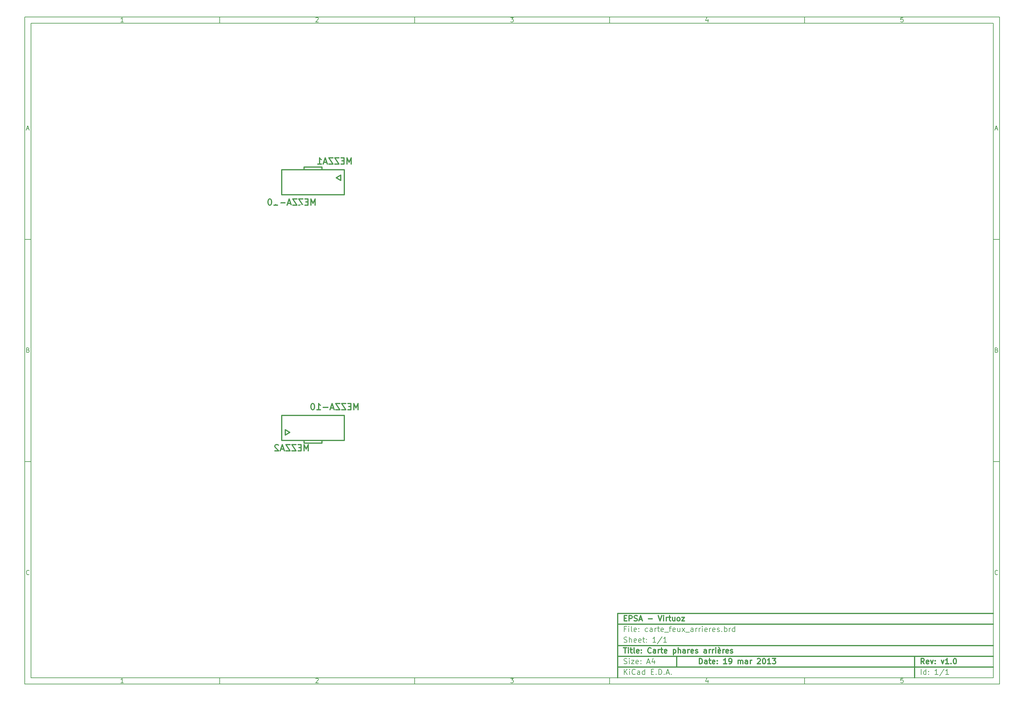
<source format=gbo>
G04 (created by PCBNEW-RS274X (2012-01-19 BZR 3256)-stable) date 19/03/2013 15:20:05*
G01*
G70*
G90*
%MOIN*%
G04 Gerber Fmt 3.4, Leading zero omitted, Abs format*
%FSLAX34Y34*%
G04 APERTURE LIST*
%ADD10C,0.006000*%
%ADD11C,0.012000*%
%ADD12C,0.014000*%
%ADD13C,0.235000*%
%ADD14R,0.105000X0.105000*%
%ADD15C,0.105000*%
%ADD16R,0.095000X0.095000*%
%ADD17C,0.095000*%
%ADD18R,0.090000X0.090000*%
%ADD19C,0.090000*%
%ADD20R,0.110000X0.110000*%
%ADD21C,0.110000*%
%ADD22R,0.110000X0.082000*%
%ADD23O,0.110000X0.082000*%
%ADD24C,0.270000*%
G04 APERTURE END LIST*
G54D10*
X04000Y-04000D02*
X113000Y-04000D01*
X113000Y-78670D01*
X04000Y-78670D01*
X04000Y-04000D01*
X04700Y-04700D02*
X112300Y-04700D01*
X112300Y-77970D01*
X04700Y-77970D01*
X04700Y-04700D01*
X25800Y-04000D02*
X25800Y-04700D01*
X15043Y-04552D02*
X14757Y-04552D01*
X14900Y-04552D02*
X14900Y-04052D01*
X14852Y-04124D01*
X14805Y-04171D01*
X14757Y-04195D01*
X25800Y-78670D02*
X25800Y-77970D01*
X15043Y-78522D02*
X14757Y-78522D01*
X14900Y-78522D02*
X14900Y-78022D01*
X14852Y-78094D01*
X14805Y-78141D01*
X14757Y-78165D01*
X47600Y-04000D02*
X47600Y-04700D01*
X36557Y-04100D02*
X36581Y-04076D01*
X36629Y-04052D01*
X36748Y-04052D01*
X36795Y-04076D01*
X36819Y-04100D01*
X36843Y-04148D01*
X36843Y-04195D01*
X36819Y-04267D01*
X36533Y-04552D01*
X36843Y-04552D01*
X47600Y-78670D02*
X47600Y-77970D01*
X36557Y-78070D02*
X36581Y-78046D01*
X36629Y-78022D01*
X36748Y-78022D01*
X36795Y-78046D01*
X36819Y-78070D01*
X36843Y-78118D01*
X36843Y-78165D01*
X36819Y-78237D01*
X36533Y-78522D01*
X36843Y-78522D01*
X69400Y-04000D02*
X69400Y-04700D01*
X58333Y-04052D02*
X58643Y-04052D01*
X58476Y-04243D01*
X58548Y-04243D01*
X58595Y-04267D01*
X58619Y-04290D01*
X58643Y-04338D01*
X58643Y-04457D01*
X58619Y-04505D01*
X58595Y-04529D01*
X58548Y-04552D01*
X58405Y-04552D01*
X58357Y-04529D01*
X58333Y-04505D01*
X69400Y-78670D02*
X69400Y-77970D01*
X58333Y-78022D02*
X58643Y-78022D01*
X58476Y-78213D01*
X58548Y-78213D01*
X58595Y-78237D01*
X58619Y-78260D01*
X58643Y-78308D01*
X58643Y-78427D01*
X58619Y-78475D01*
X58595Y-78499D01*
X58548Y-78522D01*
X58405Y-78522D01*
X58357Y-78499D01*
X58333Y-78475D01*
X91200Y-04000D02*
X91200Y-04700D01*
X80395Y-04219D02*
X80395Y-04552D01*
X80276Y-04029D02*
X80157Y-04386D01*
X80467Y-04386D01*
X91200Y-78670D02*
X91200Y-77970D01*
X80395Y-78189D02*
X80395Y-78522D01*
X80276Y-77999D02*
X80157Y-78356D01*
X80467Y-78356D01*
X102219Y-04052D02*
X101981Y-04052D01*
X101957Y-04290D01*
X101981Y-04267D01*
X102029Y-04243D01*
X102148Y-04243D01*
X102195Y-04267D01*
X102219Y-04290D01*
X102243Y-04338D01*
X102243Y-04457D01*
X102219Y-04505D01*
X102195Y-04529D01*
X102148Y-04552D01*
X102029Y-04552D01*
X101981Y-04529D01*
X101957Y-04505D01*
X102219Y-78022D02*
X101981Y-78022D01*
X101957Y-78260D01*
X101981Y-78237D01*
X102029Y-78213D01*
X102148Y-78213D01*
X102195Y-78237D01*
X102219Y-78260D01*
X102243Y-78308D01*
X102243Y-78427D01*
X102219Y-78475D01*
X102195Y-78499D01*
X102148Y-78522D01*
X102029Y-78522D01*
X101981Y-78499D01*
X101957Y-78475D01*
X04000Y-28890D02*
X04700Y-28890D01*
X04231Y-16510D02*
X04469Y-16510D01*
X04184Y-16652D02*
X04350Y-16152D01*
X04517Y-16652D01*
X113000Y-28890D02*
X112300Y-28890D01*
X112531Y-16510D02*
X112769Y-16510D01*
X112484Y-16652D02*
X112650Y-16152D01*
X112817Y-16652D01*
X04000Y-53780D02*
X04700Y-53780D01*
X04386Y-41280D02*
X04457Y-41304D01*
X04481Y-41328D01*
X04505Y-41376D01*
X04505Y-41447D01*
X04481Y-41495D01*
X04457Y-41519D01*
X04410Y-41542D01*
X04219Y-41542D01*
X04219Y-41042D01*
X04386Y-41042D01*
X04433Y-41066D01*
X04457Y-41090D01*
X04481Y-41138D01*
X04481Y-41185D01*
X04457Y-41233D01*
X04433Y-41257D01*
X04386Y-41280D01*
X04219Y-41280D01*
X113000Y-53780D02*
X112300Y-53780D01*
X112686Y-41280D02*
X112757Y-41304D01*
X112781Y-41328D01*
X112805Y-41376D01*
X112805Y-41447D01*
X112781Y-41495D01*
X112757Y-41519D01*
X112710Y-41542D01*
X112519Y-41542D01*
X112519Y-41042D01*
X112686Y-41042D01*
X112733Y-41066D01*
X112757Y-41090D01*
X112781Y-41138D01*
X112781Y-41185D01*
X112757Y-41233D01*
X112733Y-41257D01*
X112686Y-41280D01*
X112519Y-41280D01*
X04505Y-66385D02*
X04481Y-66409D01*
X04410Y-66432D01*
X04362Y-66432D01*
X04290Y-66409D01*
X04243Y-66361D01*
X04219Y-66313D01*
X04195Y-66218D01*
X04195Y-66147D01*
X04219Y-66051D01*
X04243Y-66004D01*
X04290Y-65956D01*
X04362Y-65932D01*
X04410Y-65932D01*
X04481Y-65956D01*
X04505Y-65980D01*
X112805Y-66385D02*
X112781Y-66409D01*
X112710Y-66432D01*
X112662Y-66432D01*
X112590Y-66409D01*
X112543Y-66361D01*
X112519Y-66313D01*
X112495Y-66218D01*
X112495Y-66147D01*
X112519Y-66051D01*
X112543Y-66004D01*
X112590Y-65956D01*
X112662Y-65932D01*
X112710Y-65932D01*
X112781Y-65956D01*
X112805Y-65980D01*
G54D11*
X79443Y-76413D02*
X79443Y-75813D01*
X79586Y-75813D01*
X79671Y-75841D01*
X79729Y-75899D01*
X79757Y-75956D01*
X79786Y-76070D01*
X79786Y-76156D01*
X79757Y-76270D01*
X79729Y-76327D01*
X79671Y-76384D01*
X79586Y-76413D01*
X79443Y-76413D01*
X80300Y-76413D02*
X80300Y-76099D01*
X80271Y-76041D01*
X80214Y-76013D01*
X80100Y-76013D01*
X80043Y-76041D01*
X80300Y-76384D02*
X80243Y-76413D01*
X80100Y-76413D01*
X80043Y-76384D01*
X80014Y-76327D01*
X80014Y-76270D01*
X80043Y-76213D01*
X80100Y-76184D01*
X80243Y-76184D01*
X80300Y-76156D01*
X80500Y-76013D02*
X80729Y-76013D01*
X80586Y-75813D02*
X80586Y-76327D01*
X80614Y-76384D01*
X80672Y-76413D01*
X80729Y-76413D01*
X81157Y-76384D02*
X81100Y-76413D01*
X80986Y-76413D01*
X80929Y-76384D01*
X80900Y-76327D01*
X80900Y-76099D01*
X80929Y-76041D01*
X80986Y-76013D01*
X81100Y-76013D01*
X81157Y-76041D01*
X81186Y-76099D01*
X81186Y-76156D01*
X80900Y-76213D01*
X81443Y-76356D02*
X81471Y-76384D01*
X81443Y-76413D01*
X81414Y-76384D01*
X81443Y-76356D01*
X81443Y-76413D01*
X81443Y-76041D02*
X81471Y-76070D01*
X81443Y-76099D01*
X81414Y-76070D01*
X81443Y-76041D01*
X81443Y-76099D01*
X82500Y-76413D02*
X82157Y-76413D01*
X82329Y-76413D02*
X82329Y-75813D01*
X82272Y-75899D01*
X82214Y-75956D01*
X82157Y-75984D01*
X82785Y-76413D02*
X82900Y-76413D01*
X82957Y-76384D01*
X82985Y-76356D01*
X83043Y-76270D01*
X83071Y-76156D01*
X83071Y-75927D01*
X83043Y-75870D01*
X83014Y-75841D01*
X82957Y-75813D01*
X82843Y-75813D01*
X82785Y-75841D01*
X82757Y-75870D01*
X82728Y-75927D01*
X82728Y-76070D01*
X82757Y-76127D01*
X82785Y-76156D01*
X82843Y-76184D01*
X82957Y-76184D01*
X83014Y-76156D01*
X83043Y-76127D01*
X83071Y-76070D01*
X83785Y-76413D02*
X83785Y-76013D01*
X83785Y-76070D02*
X83813Y-76041D01*
X83871Y-76013D01*
X83956Y-76013D01*
X84013Y-76041D01*
X84042Y-76099D01*
X84042Y-76413D01*
X84042Y-76099D02*
X84071Y-76041D01*
X84128Y-76013D01*
X84213Y-76013D01*
X84271Y-76041D01*
X84299Y-76099D01*
X84299Y-76413D01*
X84842Y-76413D02*
X84842Y-76099D01*
X84813Y-76041D01*
X84756Y-76013D01*
X84642Y-76013D01*
X84585Y-76041D01*
X84842Y-76384D02*
X84785Y-76413D01*
X84642Y-76413D01*
X84585Y-76384D01*
X84556Y-76327D01*
X84556Y-76270D01*
X84585Y-76213D01*
X84642Y-76184D01*
X84785Y-76184D01*
X84842Y-76156D01*
X85128Y-76413D02*
X85128Y-76013D01*
X85128Y-76127D02*
X85156Y-76070D01*
X85185Y-76041D01*
X85242Y-76013D01*
X85299Y-76013D01*
X85927Y-75870D02*
X85956Y-75841D01*
X86013Y-75813D01*
X86156Y-75813D01*
X86213Y-75841D01*
X86242Y-75870D01*
X86270Y-75927D01*
X86270Y-75984D01*
X86242Y-76070D01*
X85899Y-76413D01*
X86270Y-76413D01*
X86641Y-75813D02*
X86698Y-75813D01*
X86755Y-75841D01*
X86784Y-75870D01*
X86813Y-75927D01*
X86841Y-76041D01*
X86841Y-76184D01*
X86813Y-76299D01*
X86784Y-76356D01*
X86755Y-76384D01*
X86698Y-76413D01*
X86641Y-76413D01*
X86584Y-76384D01*
X86555Y-76356D01*
X86527Y-76299D01*
X86498Y-76184D01*
X86498Y-76041D01*
X86527Y-75927D01*
X86555Y-75870D01*
X86584Y-75841D01*
X86641Y-75813D01*
X87412Y-76413D02*
X87069Y-76413D01*
X87241Y-76413D02*
X87241Y-75813D01*
X87184Y-75899D01*
X87126Y-75956D01*
X87069Y-75984D01*
X87612Y-75813D02*
X87983Y-75813D01*
X87783Y-76041D01*
X87869Y-76041D01*
X87926Y-76070D01*
X87955Y-76099D01*
X87983Y-76156D01*
X87983Y-76299D01*
X87955Y-76356D01*
X87926Y-76384D01*
X87869Y-76413D01*
X87697Y-76413D01*
X87640Y-76384D01*
X87612Y-76356D01*
G54D10*
X71043Y-77613D02*
X71043Y-77013D01*
X71386Y-77613D02*
X71129Y-77270D01*
X71386Y-77013D02*
X71043Y-77356D01*
X71643Y-77613D02*
X71643Y-77213D01*
X71643Y-77013D02*
X71614Y-77041D01*
X71643Y-77070D01*
X71671Y-77041D01*
X71643Y-77013D01*
X71643Y-77070D01*
X72272Y-77556D02*
X72243Y-77584D01*
X72157Y-77613D01*
X72100Y-77613D01*
X72015Y-77584D01*
X71957Y-77527D01*
X71929Y-77470D01*
X71900Y-77356D01*
X71900Y-77270D01*
X71929Y-77156D01*
X71957Y-77099D01*
X72015Y-77041D01*
X72100Y-77013D01*
X72157Y-77013D01*
X72243Y-77041D01*
X72272Y-77070D01*
X72786Y-77613D02*
X72786Y-77299D01*
X72757Y-77241D01*
X72700Y-77213D01*
X72586Y-77213D01*
X72529Y-77241D01*
X72786Y-77584D02*
X72729Y-77613D01*
X72586Y-77613D01*
X72529Y-77584D01*
X72500Y-77527D01*
X72500Y-77470D01*
X72529Y-77413D01*
X72586Y-77384D01*
X72729Y-77384D01*
X72786Y-77356D01*
X73329Y-77613D02*
X73329Y-77013D01*
X73329Y-77584D02*
X73272Y-77613D01*
X73158Y-77613D01*
X73100Y-77584D01*
X73072Y-77556D01*
X73043Y-77499D01*
X73043Y-77327D01*
X73072Y-77270D01*
X73100Y-77241D01*
X73158Y-77213D01*
X73272Y-77213D01*
X73329Y-77241D01*
X74072Y-77299D02*
X74272Y-77299D01*
X74358Y-77613D02*
X74072Y-77613D01*
X74072Y-77013D01*
X74358Y-77013D01*
X74615Y-77556D02*
X74643Y-77584D01*
X74615Y-77613D01*
X74586Y-77584D01*
X74615Y-77556D01*
X74615Y-77613D01*
X74901Y-77613D02*
X74901Y-77013D01*
X75044Y-77013D01*
X75129Y-77041D01*
X75187Y-77099D01*
X75215Y-77156D01*
X75244Y-77270D01*
X75244Y-77356D01*
X75215Y-77470D01*
X75187Y-77527D01*
X75129Y-77584D01*
X75044Y-77613D01*
X74901Y-77613D01*
X75501Y-77556D02*
X75529Y-77584D01*
X75501Y-77613D01*
X75472Y-77584D01*
X75501Y-77556D01*
X75501Y-77613D01*
X75758Y-77441D02*
X76044Y-77441D01*
X75701Y-77613D02*
X75901Y-77013D01*
X76101Y-77613D01*
X76301Y-77556D02*
X76329Y-77584D01*
X76301Y-77613D01*
X76272Y-77584D01*
X76301Y-77556D01*
X76301Y-77613D01*
G54D11*
X104586Y-76413D02*
X104386Y-76127D01*
X104243Y-76413D02*
X104243Y-75813D01*
X104471Y-75813D01*
X104529Y-75841D01*
X104557Y-75870D01*
X104586Y-75927D01*
X104586Y-76013D01*
X104557Y-76070D01*
X104529Y-76099D01*
X104471Y-76127D01*
X104243Y-76127D01*
X105071Y-76384D02*
X105014Y-76413D01*
X104900Y-76413D01*
X104843Y-76384D01*
X104814Y-76327D01*
X104814Y-76099D01*
X104843Y-76041D01*
X104900Y-76013D01*
X105014Y-76013D01*
X105071Y-76041D01*
X105100Y-76099D01*
X105100Y-76156D01*
X104814Y-76213D01*
X105300Y-76013D02*
X105443Y-76413D01*
X105585Y-76013D01*
X105814Y-76356D02*
X105842Y-76384D01*
X105814Y-76413D01*
X105785Y-76384D01*
X105814Y-76356D01*
X105814Y-76413D01*
X105814Y-76041D02*
X105842Y-76070D01*
X105814Y-76099D01*
X105785Y-76070D01*
X105814Y-76041D01*
X105814Y-76099D01*
X106500Y-76013D02*
X106643Y-76413D01*
X106785Y-76013D01*
X107328Y-76413D02*
X106985Y-76413D01*
X107157Y-76413D02*
X107157Y-75813D01*
X107100Y-75899D01*
X107042Y-75956D01*
X106985Y-75984D01*
X107585Y-76356D02*
X107613Y-76384D01*
X107585Y-76413D01*
X107556Y-76384D01*
X107585Y-76356D01*
X107585Y-76413D01*
X107985Y-75813D02*
X108042Y-75813D01*
X108099Y-75841D01*
X108128Y-75870D01*
X108157Y-75927D01*
X108185Y-76041D01*
X108185Y-76184D01*
X108157Y-76299D01*
X108128Y-76356D01*
X108099Y-76384D01*
X108042Y-76413D01*
X107985Y-76413D01*
X107928Y-76384D01*
X107899Y-76356D01*
X107871Y-76299D01*
X107842Y-76184D01*
X107842Y-76041D01*
X107871Y-75927D01*
X107899Y-75870D01*
X107928Y-75841D01*
X107985Y-75813D01*
G54D10*
X71014Y-76384D02*
X71100Y-76413D01*
X71243Y-76413D01*
X71300Y-76384D01*
X71329Y-76356D01*
X71357Y-76299D01*
X71357Y-76241D01*
X71329Y-76184D01*
X71300Y-76156D01*
X71243Y-76127D01*
X71129Y-76099D01*
X71071Y-76070D01*
X71043Y-76041D01*
X71014Y-75984D01*
X71014Y-75927D01*
X71043Y-75870D01*
X71071Y-75841D01*
X71129Y-75813D01*
X71271Y-75813D01*
X71357Y-75841D01*
X71614Y-76413D02*
X71614Y-76013D01*
X71614Y-75813D02*
X71585Y-75841D01*
X71614Y-75870D01*
X71642Y-75841D01*
X71614Y-75813D01*
X71614Y-75870D01*
X71843Y-76013D02*
X72157Y-76013D01*
X71843Y-76413D01*
X72157Y-76413D01*
X72614Y-76384D02*
X72557Y-76413D01*
X72443Y-76413D01*
X72386Y-76384D01*
X72357Y-76327D01*
X72357Y-76099D01*
X72386Y-76041D01*
X72443Y-76013D01*
X72557Y-76013D01*
X72614Y-76041D01*
X72643Y-76099D01*
X72643Y-76156D01*
X72357Y-76213D01*
X72900Y-76356D02*
X72928Y-76384D01*
X72900Y-76413D01*
X72871Y-76384D01*
X72900Y-76356D01*
X72900Y-76413D01*
X72900Y-76041D02*
X72928Y-76070D01*
X72900Y-76099D01*
X72871Y-76070D01*
X72900Y-76041D01*
X72900Y-76099D01*
X73614Y-76241D02*
X73900Y-76241D01*
X73557Y-76413D02*
X73757Y-75813D01*
X73957Y-76413D01*
X74414Y-76013D02*
X74414Y-76413D01*
X74271Y-75784D02*
X74128Y-76213D01*
X74500Y-76213D01*
X104243Y-77613D02*
X104243Y-77013D01*
X104786Y-77613D02*
X104786Y-77013D01*
X104786Y-77584D02*
X104729Y-77613D01*
X104615Y-77613D01*
X104557Y-77584D01*
X104529Y-77556D01*
X104500Y-77499D01*
X104500Y-77327D01*
X104529Y-77270D01*
X104557Y-77241D01*
X104615Y-77213D01*
X104729Y-77213D01*
X104786Y-77241D01*
X105072Y-77556D02*
X105100Y-77584D01*
X105072Y-77613D01*
X105043Y-77584D01*
X105072Y-77556D01*
X105072Y-77613D01*
X105072Y-77241D02*
X105100Y-77270D01*
X105072Y-77299D01*
X105043Y-77270D01*
X105072Y-77241D01*
X105072Y-77299D01*
X106129Y-77613D02*
X105786Y-77613D01*
X105958Y-77613D02*
X105958Y-77013D01*
X105901Y-77099D01*
X105843Y-77156D01*
X105786Y-77184D01*
X106814Y-76984D02*
X106300Y-77756D01*
X107329Y-77613D02*
X106986Y-77613D01*
X107158Y-77613D02*
X107158Y-77013D01*
X107101Y-77099D01*
X107043Y-77156D01*
X106986Y-77184D01*
G54D11*
X70957Y-74613D02*
X71300Y-74613D01*
X71129Y-75213D02*
X71129Y-74613D01*
X71500Y-75213D02*
X71500Y-74813D01*
X71500Y-74613D02*
X71471Y-74641D01*
X71500Y-74670D01*
X71528Y-74641D01*
X71500Y-74613D01*
X71500Y-74670D01*
X71700Y-74813D02*
X71929Y-74813D01*
X71786Y-74613D02*
X71786Y-75127D01*
X71814Y-75184D01*
X71872Y-75213D01*
X71929Y-75213D01*
X72215Y-75213D02*
X72157Y-75184D01*
X72129Y-75127D01*
X72129Y-74613D01*
X72671Y-75184D02*
X72614Y-75213D01*
X72500Y-75213D01*
X72443Y-75184D01*
X72414Y-75127D01*
X72414Y-74899D01*
X72443Y-74841D01*
X72500Y-74813D01*
X72614Y-74813D01*
X72671Y-74841D01*
X72700Y-74899D01*
X72700Y-74956D01*
X72414Y-75013D01*
X72957Y-75156D02*
X72985Y-75184D01*
X72957Y-75213D01*
X72928Y-75184D01*
X72957Y-75156D01*
X72957Y-75213D01*
X72957Y-74841D02*
X72985Y-74870D01*
X72957Y-74899D01*
X72928Y-74870D01*
X72957Y-74841D01*
X72957Y-74899D01*
X74043Y-75156D02*
X74014Y-75184D01*
X73928Y-75213D01*
X73871Y-75213D01*
X73786Y-75184D01*
X73728Y-75127D01*
X73700Y-75070D01*
X73671Y-74956D01*
X73671Y-74870D01*
X73700Y-74756D01*
X73728Y-74699D01*
X73786Y-74641D01*
X73871Y-74613D01*
X73928Y-74613D01*
X74014Y-74641D01*
X74043Y-74670D01*
X74557Y-75213D02*
X74557Y-74899D01*
X74528Y-74841D01*
X74471Y-74813D01*
X74357Y-74813D01*
X74300Y-74841D01*
X74557Y-75184D02*
X74500Y-75213D01*
X74357Y-75213D01*
X74300Y-75184D01*
X74271Y-75127D01*
X74271Y-75070D01*
X74300Y-75013D01*
X74357Y-74984D01*
X74500Y-74984D01*
X74557Y-74956D01*
X74843Y-75213D02*
X74843Y-74813D01*
X74843Y-74927D02*
X74871Y-74870D01*
X74900Y-74841D01*
X74957Y-74813D01*
X75014Y-74813D01*
X75128Y-74813D02*
X75357Y-74813D01*
X75214Y-74613D02*
X75214Y-75127D01*
X75242Y-75184D01*
X75300Y-75213D01*
X75357Y-75213D01*
X75785Y-75184D02*
X75728Y-75213D01*
X75614Y-75213D01*
X75557Y-75184D01*
X75528Y-75127D01*
X75528Y-74899D01*
X75557Y-74841D01*
X75614Y-74813D01*
X75728Y-74813D01*
X75785Y-74841D01*
X75814Y-74899D01*
X75814Y-74956D01*
X75528Y-75013D01*
X76528Y-74813D02*
X76528Y-75413D01*
X76528Y-74841D02*
X76585Y-74813D01*
X76699Y-74813D01*
X76756Y-74841D01*
X76785Y-74870D01*
X76814Y-74927D01*
X76814Y-75099D01*
X76785Y-75156D01*
X76756Y-75184D01*
X76699Y-75213D01*
X76585Y-75213D01*
X76528Y-75184D01*
X77071Y-75213D02*
X77071Y-74613D01*
X77328Y-75213D02*
X77328Y-74899D01*
X77299Y-74841D01*
X77242Y-74813D01*
X77157Y-74813D01*
X77099Y-74841D01*
X77071Y-74870D01*
X77871Y-75213D02*
X77871Y-74899D01*
X77842Y-74841D01*
X77785Y-74813D01*
X77671Y-74813D01*
X77614Y-74841D01*
X77871Y-75184D02*
X77814Y-75213D01*
X77671Y-75213D01*
X77614Y-75184D01*
X77585Y-75127D01*
X77585Y-75070D01*
X77614Y-75013D01*
X77671Y-74984D01*
X77814Y-74984D01*
X77871Y-74956D01*
X78157Y-75213D02*
X78157Y-74813D01*
X78157Y-74927D02*
X78185Y-74870D01*
X78214Y-74841D01*
X78271Y-74813D01*
X78328Y-74813D01*
X78756Y-75184D02*
X78699Y-75213D01*
X78585Y-75213D01*
X78528Y-75184D01*
X78499Y-75127D01*
X78499Y-74899D01*
X78528Y-74841D01*
X78585Y-74813D01*
X78699Y-74813D01*
X78756Y-74841D01*
X78785Y-74899D01*
X78785Y-74956D01*
X78499Y-75013D01*
X79013Y-75184D02*
X79070Y-75213D01*
X79185Y-75213D01*
X79242Y-75184D01*
X79270Y-75127D01*
X79270Y-75099D01*
X79242Y-75041D01*
X79185Y-75013D01*
X79099Y-75013D01*
X79042Y-74984D01*
X79013Y-74927D01*
X79013Y-74899D01*
X79042Y-74841D01*
X79099Y-74813D01*
X79185Y-74813D01*
X79242Y-74841D01*
X80242Y-75213D02*
X80242Y-74899D01*
X80213Y-74841D01*
X80156Y-74813D01*
X80042Y-74813D01*
X79985Y-74841D01*
X80242Y-75184D02*
X80185Y-75213D01*
X80042Y-75213D01*
X79985Y-75184D01*
X79956Y-75127D01*
X79956Y-75070D01*
X79985Y-75013D01*
X80042Y-74984D01*
X80185Y-74984D01*
X80242Y-74956D01*
X80528Y-75213D02*
X80528Y-74813D01*
X80528Y-74927D02*
X80556Y-74870D01*
X80585Y-74841D01*
X80642Y-74813D01*
X80699Y-74813D01*
X80899Y-75213D02*
X80899Y-74813D01*
X80899Y-74927D02*
X80927Y-74870D01*
X80956Y-74841D01*
X81013Y-74813D01*
X81070Y-74813D01*
X81270Y-75213D02*
X81270Y-74813D01*
X81270Y-74613D02*
X81241Y-74641D01*
X81270Y-74670D01*
X81298Y-74641D01*
X81270Y-74613D01*
X81270Y-74670D01*
X81784Y-75184D02*
X81727Y-75213D01*
X81613Y-75213D01*
X81556Y-75184D01*
X81527Y-75127D01*
X81527Y-74899D01*
X81556Y-74841D01*
X81613Y-74813D01*
X81727Y-74813D01*
X81784Y-74841D01*
X81813Y-74899D01*
X81813Y-74956D01*
X81527Y-75013D01*
X81613Y-74584D02*
X81699Y-74670D01*
X82070Y-75213D02*
X82070Y-74813D01*
X82070Y-74927D02*
X82098Y-74870D01*
X82127Y-74841D01*
X82184Y-74813D01*
X82241Y-74813D01*
X82669Y-75184D02*
X82612Y-75213D01*
X82498Y-75213D01*
X82441Y-75184D01*
X82412Y-75127D01*
X82412Y-74899D01*
X82441Y-74841D01*
X82498Y-74813D01*
X82612Y-74813D01*
X82669Y-74841D01*
X82698Y-74899D01*
X82698Y-74956D01*
X82412Y-75013D01*
X82926Y-75184D02*
X82983Y-75213D01*
X83098Y-75213D01*
X83155Y-75184D01*
X83183Y-75127D01*
X83183Y-75099D01*
X83155Y-75041D01*
X83098Y-75013D01*
X83012Y-75013D01*
X82955Y-74984D01*
X82926Y-74927D01*
X82926Y-74899D01*
X82955Y-74841D01*
X83012Y-74813D01*
X83098Y-74813D01*
X83155Y-74841D01*
G54D10*
X71243Y-72499D02*
X71043Y-72499D01*
X71043Y-72813D02*
X71043Y-72213D01*
X71329Y-72213D01*
X71557Y-72813D02*
X71557Y-72413D01*
X71557Y-72213D02*
X71528Y-72241D01*
X71557Y-72270D01*
X71585Y-72241D01*
X71557Y-72213D01*
X71557Y-72270D01*
X71929Y-72813D02*
X71871Y-72784D01*
X71843Y-72727D01*
X71843Y-72213D01*
X72385Y-72784D02*
X72328Y-72813D01*
X72214Y-72813D01*
X72157Y-72784D01*
X72128Y-72727D01*
X72128Y-72499D01*
X72157Y-72441D01*
X72214Y-72413D01*
X72328Y-72413D01*
X72385Y-72441D01*
X72414Y-72499D01*
X72414Y-72556D01*
X72128Y-72613D01*
X72671Y-72756D02*
X72699Y-72784D01*
X72671Y-72813D01*
X72642Y-72784D01*
X72671Y-72756D01*
X72671Y-72813D01*
X72671Y-72441D02*
X72699Y-72470D01*
X72671Y-72499D01*
X72642Y-72470D01*
X72671Y-72441D01*
X72671Y-72499D01*
X73671Y-72784D02*
X73614Y-72813D01*
X73500Y-72813D01*
X73442Y-72784D01*
X73414Y-72756D01*
X73385Y-72699D01*
X73385Y-72527D01*
X73414Y-72470D01*
X73442Y-72441D01*
X73500Y-72413D01*
X73614Y-72413D01*
X73671Y-72441D01*
X74185Y-72813D02*
X74185Y-72499D01*
X74156Y-72441D01*
X74099Y-72413D01*
X73985Y-72413D01*
X73928Y-72441D01*
X74185Y-72784D02*
X74128Y-72813D01*
X73985Y-72813D01*
X73928Y-72784D01*
X73899Y-72727D01*
X73899Y-72670D01*
X73928Y-72613D01*
X73985Y-72584D01*
X74128Y-72584D01*
X74185Y-72556D01*
X74471Y-72813D02*
X74471Y-72413D01*
X74471Y-72527D02*
X74499Y-72470D01*
X74528Y-72441D01*
X74585Y-72413D01*
X74642Y-72413D01*
X74756Y-72413D02*
X74985Y-72413D01*
X74842Y-72213D02*
X74842Y-72727D01*
X74870Y-72784D01*
X74928Y-72813D01*
X74985Y-72813D01*
X75413Y-72784D02*
X75356Y-72813D01*
X75242Y-72813D01*
X75185Y-72784D01*
X75156Y-72727D01*
X75156Y-72499D01*
X75185Y-72441D01*
X75242Y-72413D01*
X75356Y-72413D01*
X75413Y-72441D01*
X75442Y-72499D01*
X75442Y-72556D01*
X75156Y-72613D01*
X75556Y-72870D02*
X76013Y-72870D01*
X76070Y-72413D02*
X76299Y-72413D01*
X76156Y-72813D02*
X76156Y-72299D01*
X76184Y-72241D01*
X76242Y-72213D01*
X76299Y-72213D01*
X76727Y-72784D02*
X76670Y-72813D01*
X76556Y-72813D01*
X76499Y-72784D01*
X76470Y-72727D01*
X76470Y-72499D01*
X76499Y-72441D01*
X76556Y-72413D01*
X76670Y-72413D01*
X76727Y-72441D01*
X76756Y-72499D01*
X76756Y-72556D01*
X76470Y-72613D01*
X77270Y-72413D02*
X77270Y-72813D01*
X77013Y-72413D02*
X77013Y-72727D01*
X77041Y-72784D01*
X77099Y-72813D01*
X77184Y-72813D01*
X77241Y-72784D01*
X77270Y-72756D01*
X77499Y-72813D02*
X77813Y-72413D01*
X77499Y-72413D02*
X77813Y-72813D01*
X77899Y-72870D02*
X78356Y-72870D01*
X78756Y-72813D02*
X78756Y-72499D01*
X78727Y-72441D01*
X78670Y-72413D01*
X78556Y-72413D01*
X78499Y-72441D01*
X78756Y-72784D02*
X78699Y-72813D01*
X78556Y-72813D01*
X78499Y-72784D01*
X78470Y-72727D01*
X78470Y-72670D01*
X78499Y-72613D01*
X78556Y-72584D01*
X78699Y-72584D01*
X78756Y-72556D01*
X79042Y-72813D02*
X79042Y-72413D01*
X79042Y-72527D02*
X79070Y-72470D01*
X79099Y-72441D01*
X79156Y-72413D01*
X79213Y-72413D01*
X79413Y-72813D02*
X79413Y-72413D01*
X79413Y-72527D02*
X79441Y-72470D01*
X79470Y-72441D01*
X79527Y-72413D01*
X79584Y-72413D01*
X79784Y-72813D02*
X79784Y-72413D01*
X79784Y-72213D02*
X79755Y-72241D01*
X79784Y-72270D01*
X79812Y-72241D01*
X79784Y-72213D01*
X79784Y-72270D01*
X80298Y-72784D02*
X80241Y-72813D01*
X80127Y-72813D01*
X80070Y-72784D01*
X80041Y-72727D01*
X80041Y-72499D01*
X80070Y-72441D01*
X80127Y-72413D01*
X80241Y-72413D01*
X80298Y-72441D01*
X80327Y-72499D01*
X80327Y-72556D01*
X80041Y-72613D01*
X80584Y-72813D02*
X80584Y-72413D01*
X80584Y-72527D02*
X80612Y-72470D01*
X80641Y-72441D01*
X80698Y-72413D01*
X80755Y-72413D01*
X81183Y-72784D02*
X81126Y-72813D01*
X81012Y-72813D01*
X80955Y-72784D01*
X80926Y-72727D01*
X80926Y-72499D01*
X80955Y-72441D01*
X81012Y-72413D01*
X81126Y-72413D01*
X81183Y-72441D01*
X81212Y-72499D01*
X81212Y-72556D01*
X80926Y-72613D01*
X81440Y-72784D02*
X81497Y-72813D01*
X81612Y-72813D01*
X81669Y-72784D01*
X81697Y-72727D01*
X81697Y-72699D01*
X81669Y-72641D01*
X81612Y-72613D01*
X81526Y-72613D01*
X81469Y-72584D01*
X81440Y-72527D01*
X81440Y-72499D01*
X81469Y-72441D01*
X81526Y-72413D01*
X81612Y-72413D01*
X81669Y-72441D01*
X81955Y-72756D02*
X81983Y-72784D01*
X81955Y-72813D01*
X81926Y-72784D01*
X81955Y-72756D01*
X81955Y-72813D01*
X82241Y-72813D02*
X82241Y-72213D01*
X82241Y-72441D02*
X82298Y-72413D01*
X82412Y-72413D01*
X82469Y-72441D01*
X82498Y-72470D01*
X82527Y-72527D01*
X82527Y-72699D01*
X82498Y-72756D01*
X82469Y-72784D01*
X82412Y-72813D01*
X82298Y-72813D01*
X82241Y-72784D01*
X82784Y-72813D02*
X82784Y-72413D01*
X82784Y-72527D02*
X82812Y-72470D01*
X82841Y-72441D01*
X82898Y-72413D01*
X82955Y-72413D01*
X83412Y-72813D02*
X83412Y-72213D01*
X83412Y-72784D02*
X83355Y-72813D01*
X83241Y-72813D01*
X83183Y-72784D01*
X83155Y-72756D01*
X83126Y-72699D01*
X83126Y-72527D01*
X83155Y-72470D01*
X83183Y-72441D01*
X83241Y-72413D01*
X83355Y-72413D01*
X83412Y-72441D01*
X71014Y-73984D02*
X71100Y-74013D01*
X71243Y-74013D01*
X71300Y-73984D01*
X71329Y-73956D01*
X71357Y-73899D01*
X71357Y-73841D01*
X71329Y-73784D01*
X71300Y-73756D01*
X71243Y-73727D01*
X71129Y-73699D01*
X71071Y-73670D01*
X71043Y-73641D01*
X71014Y-73584D01*
X71014Y-73527D01*
X71043Y-73470D01*
X71071Y-73441D01*
X71129Y-73413D01*
X71271Y-73413D01*
X71357Y-73441D01*
X71614Y-74013D02*
X71614Y-73413D01*
X71871Y-74013D02*
X71871Y-73699D01*
X71842Y-73641D01*
X71785Y-73613D01*
X71700Y-73613D01*
X71642Y-73641D01*
X71614Y-73670D01*
X72385Y-73984D02*
X72328Y-74013D01*
X72214Y-74013D01*
X72157Y-73984D01*
X72128Y-73927D01*
X72128Y-73699D01*
X72157Y-73641D01*
X72214Y-73613D01*
X72328Y-73613D01*
X72385Y-73641D01*
X72414Y-73699D01*
X72414Y-73756D01*
X72128Y-73813D01*
X72899Y-73984D02*
X72842Y-74013D01*
X72728Y-74013D01*
X72671Y-73984D01*
X72642Y-73927D01*
X72642Y-73699D01*
X72671Y-73641D01*
X72728Y-73613D01*
X72842Y-73613D01*
X72899Y-73641D01*
X72928Y-73699D01*
X72928Y-73756D01*
X72642Y-73813D01*
X73099Y-73613D02*
X73328Y-73613D01*
X73185Y-73413D02*
X73185Y-73927D01*
X73213Y-73984D01*
X73271Y-74013D01*
X73328Y-74013D01*
X73528Y-73956D02*
X73556Y-73984D01*
X73528Y-74013D01*
X73499Y-73984D01*
X73528Y-73956D01*
X73528Y-74013D01*
X73528Y-73641D02*
X73556Y-73670D01*
X73528Y-73699D01*
X73499Y-73670D01*
X73528Y-73641D01*
X73528Y-73699D01*
X74585Y-74013D02*
X74242Y-74013D01*
X74414Y-74013D02*
X74414Y-73413D01*
X74357Y-73499D01*
X74299Y-73556D01*
X74242Y-73584D01*
X75270Y-73384D02*
X74756Y-74156D01*
X75785Y-74013D02*
X75442Y-74013D01*
X75614Y-74013D02*
X75614Y-73413D01*
X75557Y-73499D01*
X75499Y-73556D01*
X75442Y-73584D01*
G54D11*
X71043Y-71299D02*
X71243Y-71299D01*
X71329Y-71613D02*
X71043Y-71613D01*
X71043Y-71013D01*
X71329Y-71013D01*
X71586Y-71613D02*
X71586Y-71013D01*
X71814Y-71013D01*
X71872Y-71041D01*
X71900Y-71070D01*
X71929Y-71127D01*
X71929Y-71213D01*
X71900Y-71270D01*
X71872Y-71299D01*
X71814Y-71327D01*
X71586Y-71327D01*
X72157Y-71584D02*
X72243Y-71613D01*
X72386Y-71613D01*
X72443Y-71584D01*
X72472Y-71556D01*
X72500Y-71499D01*
X72500Y-71441D01*
X72472Y-71384D01*
X72443Y-71356D01*
X72386Y-71327D01*
X72272Y-71299D01*
X72214Y-71270D01*
X72186Y-71241D01*
X72157Y-71184D01*
X72157Y-71127D01*
X72186Y-71070D01*
X72214Y-71041D01*
X72272Y-71013D01*
X72414Y-71013D01*
X72500Y-71041D01*
X72728Y-71441D02*
X73014Y-71441D01*
X72671Y-71613D02*
X72871Y-71013D01*
X73071Y-71613D01*
X73728Y-71384D02*
X74185Y-71384D01*
X74842Y-71013D02*
X75042Y-71613D01*
X75242Y-71013D01*
X75442Y-71613D02*
X75442Y-71213D01*
X75442Y-71013D02*
X75413Y-71041D01*
X75442Y-71070D01*
X75470Y-71041D01*
X75442Y-71013D01*
X75442Y-71070D01*
X75728Y-71613D02*
X75728Y-71213D01*
X75728Y-71327D02*
X75756Y-71270D01*
X75785Y-71241D01*
X75842Y-71213D01*
X75899Y-71213D01*
X76013Y-71213D02*
X76242Y-71213D01*
X76099Y-71013D02*
X76099Y-71527D01*
X76127Y-71584D01*
X76185Y-71613D01*
X76242Y-71613D01*
X76699Y-71213D02*
X76699Y-71613D01*
X76442Y-71213D02*
X76442Y-71527D01*
X76470Y-71584D01*
X76528Y-71613D01*
X76613Y-71613D01*
X76670Y-71584D01*
X76699Y-71556D01*
X77071Y-71613D02*
X77013Y-71584D01*
X76985Y-71556D01*
X76956Y-71499D01*
X76956Y-71327D01*
X76985Y-71270D01*
X77013Y-71241D01*
X77071Y-71213D01*
X77156Y-71213D01*
X77213Y-71241D01*
X77242Y-71270D01*
X77271Y-71327D01*
X77271Y-71499D01*
X77242Y-71556D01*
X77213Y-71584D01*
X77156Y-71613D01*
X77071Y-71613D01*
X77471Y-71213D02*
X77785Y-71213D01*
X77471Y-71613D01*
X77785Y-71613D01*
X70300Y-70770D02*
X70300Y-77970D01*
X70300Y-71970D02*
X112300Y-71970D01*
X70300Y-70770D02*
X112300Y-70770D01*
X70300Y-74370D02*
X112300Y-74370D01*
X103500Y-75570D02*
X103500Y-77970D01*
X70300Y-76770D02*
X112300Y-76770D01*
X70300Y-75570D02*
X112300Y-75570D01*
X76900Y-75570D02*
X76900Y-76770D01*
G54D12*
X35250Y-51400D02*
X37250Y-51400D01*
X35250Y-51700D02*
X37250Y-51700D01*
X32750Y-51400D02*
X32750Y-48600D01*
X39750Y-51400D02*
X39750Y-48600D01*
X35250Y-51700D02*
X35250Y-51400D01*
X35250Y-51400D02*
X32750Y-51400D01*
X32750Y-48600D02*
X39750Y-48600D01*
X39750Y-51400D02*
X37250Y-51400D01*
X37250Y-51400D02*
X37250Y-51700D01*
X33650Y-50500D02*
X33150Y-50200D01*
X33150Y-50200D02*
X33150Y-50800D01*
X33150Y-50800D02*
X33650Y-50500D01*
X37250Y-21100D02*
X35250Y-21100D01*
X37250Y-20800D02*
X35250Y-20800D01*
X39750Y-21100D02*
X39750Y-23900D01*
X32750Y-21100D02*
X32750Y-23900D01*
X37250Y-20800D02*
X37250Y-21100D01*
X37250Y-21100D02*
X39750Y-21100D01*
X39750Y-23900D02*
X32750Y-23900D01*
X32750Y-21100D02*
X35250Y-21100D01*
X35250Y-21100D02*
X35250Y-20800D01*
X38850Y-22000D02*
X39350Y-22300D01*
X39350Y-22300D02*
X39350Y-21700D01*
X39350Y-21700D02*
X38850Y-22000D01*
G54D11*
X35700Y-52583D02*
X35700Y-51883D01*
X35467Y-52383D01*
X35234Y-51883D01*
X35234Y-52583D01*
X34900Y-52217D02*
X34667Y-52217D01*
X34567Y-52583D02*
X34900Y-52583D01*
X34900Y-51883D01*
X34567Y-51883D01*
X34334Y-51883D02*
X33867Y-51883D01*
X34334Y-52583D01*
X33867Y-52583D01*
X33667Y-51883D02*
X33200Y-51883D01*
X33667Y-52583D01*
X33200Y-52583D01*
X32967Y-52383D02*
X32633Y-52383D01*
X33033Y-52583D02*
X32800Y-51883D01*
X32567Y-52583D01*
X32367Y-51950D02*
X32333Y-51917D01*
X32267Y-51883D01*
X32100Y-51883D01*
X32033Y-51917D01*
X32000Y-51950D01*
X31967Y-52017D01*
X31967Y-52083D01*
X32000Y-52183D01*
X32400Y-52583D01*
X31967Y-52583D01*
X41267Y-47983D02*
X41267Y-47283D01*
X41034Y-47783D01*
X40801Y-47283D01*
X40801Y-47983D01*
X40467Y-47617D02*
X40234Y-47617D01*
X40134Y-47983D02*
X40467Y-47983D01*
X40467Y-47283D01*
X40134Y-47283D01*
X39901Y-47283D02*
X39434Y-47283D01*
X39901Y-47983D01*
X39434Y-47983D01*
X39234Y-47283D02*
X38767Y-47283D01*
X39234Y-47983D01*
X38767Y-47983D01*
X38534Y-47783D02*
X38200Y-47783D01*
X38600Y-47983D02*
X38367Y-47283D01*
X38134Y-47983D01*
X37900Y-47717D02*
X37367Y-47717D01*
X36667Y-47983D02*
X37067Y-47983D01*
X36867Y-47983D02*
X36867Y-47283D01*
X36933Y-47383D01*
X37000Y-47450D01*
X37067Y-47483D01*
X36233Y-47283D02*
X36166Y-47283D01*
X36100Y-47317D01*
X36066Y-47350D01*
X36033Y-47417D01*
X36000Y-47550D01*
X36000Y-47717D01*
X36033Y-47850D01*
X36066Y-47917D01*
X36100Y-47950D01*
X36166Y-47983D01*
X36233Y-47983D01*
X36300Y-47950D01*
X36333Y-47917D01*
X36366Y-47850D01*
X36400Y-47717D01*
X36400Y-47550D01*
X36366Y-47417D01*
X36333Y-47350D01*
X36300Y-47317D01*
X36233Y-47283D01*
X40500Y-20483D02*
X40500Y-19783D01*
X40267Y-20283D01*
X40034Y-19783D01*
X40034Y-20483D01*
X39700Y-20117D02*
X39467Y-20117D01*
X39367Y-20483D02*
X39700Y-20483D01*
X39700Y-19783D01*
X39367Y-19783D01*
X39134Y-19783D02*
X38667Y-19783D01*
X39134Y-20483D01*
X38667Y-20483D01*
X38467Y-19783D02*
X38000Y-19783D01*
X38467Y-20483D01*
X38000Y-20483D01*
X37767Y-20283D02*
X37433Y-20283D01*
X37833Y-20483D02*
X37600Y-19783D01*
X37367Y-20483D01*
X36767Y-20483D02*
X37167Y-20483D01*
X36967Y-20483D02*
X36967Y-19783D01*
X37033Y-19883D01*
X37100Y-19950D01*
X37167Y-19983D01*
X36467Y-25083D02*
X36467Y-24383D01*
X36234Y-24883D01*
X36001Y-24383D01*
X36001Y-25083D01*
X35667Y-24717D02*
X35434Y-24717D01*
X35334Y-25083D02*
X35667Y-25083D01*
X35667Y-24383D01*
X35334Y-24383D01*
X35101Y-24383D02*
X34634Y-24383D01*
X35101Y-25083D01*
X34634Y-25083D01*
X34434Y-24383D02*
X33967Y-24383D01*
X34434Y-25083D01*
X33967Y-25083D01*
X33734Y-24883D02*
X33400Y-24883D01*
X33800Y-25083D02*
X33567Y-24383D01*
X33334Y-25083D01*
X33100Y-24817D02*
X32567Y-24817D01*
X31867Y-25083D02*
X32267Y-25083D01*
X32067Y-25083D02*
X32067Y-24383D01*
X32133Y-24483D01*
X32200Y-24550D01*
X32267Y-24583D01*
X31433Y-24383D02*
X31366Y-24383D01*
X31300Y-24417D01*
X31266Y-24450D01*
X31233Y-24517D01*
X31200Y-24650D01*
X31200Y-24817D01*
X31233Y-24950D01*
X31266Y-25017D01*
X31300Y-25050D01*
X31366Y-25083D01*
X31433Y-25083D01*
X31500Y-25050D01*
X31533Y-25017D01*
X31566Y-24950D01*
X31600Y-24817D01*
X31600Y-24650D01*
X31566Y-24517D01*
X31533Y-24450D01*
X31500Y-24417D01*
X31433Y-24383D01*
%LPC*%
G54D13*
X30750Y-50000D03*
X41750Y-50000D03*
G54D14*
X34250Y-50500D03*
G54D15*
X34250Y-49500D03*
X35250Y-50500D03*
X35250Y-49500D03*
X36250Y-50500D03*
X36250Y-49500D03*
X37250Y-50500D03*
X37250Y-49500D03*
X38250Y-50500D03*
X38250Y-49500D03*
G54D13*
X41750Y-22500D03*
X30750Y-22500D03*
G54D14*
X38250Y-22000D03*
G54D15*
X38250Y-23000D03*
X37250Y-22000D03*
X37250Y-23000D03*
X36250Y-22000D03*
X36250Y-23000D03*
X35250Y-22000D03*
X35250Y-23000D03*
X34250Y-22000D03*
X34250Y-23000D03*
G54D16*
X49250Y-28000D03*
G54D17*
X49250Y-27000D03*
X49250Y-43250D03*
X49250Y-44250D03*
G54D16*
X49250Y-46250D03*
G54D17*
X49250Y-45250D03*
X49250Y-31750D03*
X49250Y-32750D03*
G54D16*
X49250Y-34750D03*
G54D17*
X49250Y-33750D03*
G54D16*
X45750Y-49750D03*
G54D17*
X46750Y-49750D03*
G54D18*
X33000Y-34000D03*
G54D19*
X33000Y-33000D03*
X32000Y-33000D03*
G54D18*
X33000Y-39750D03*
G54D19*
X33000Y-38750D03*
X32000Y-38750D03*
G54D18*
X33000Y-45500D03*
G54D19*
X33000Y-44500D03*
X32000Y-44500D03*
G54D18*
X33000Y-28250D03*
G54D19*
X33000Y-27250D03*
X32000Y-27250D03*
G54D20*
X36750Y-37500D03*
G54D21*
X36750Y-40500D03*
X43246Y-40500D03*
X46002Y-40500D03*
X44624Y-37500D03*
G54D20*
X36750Y-31750D03*
G54D21*
X36750Y-34750D03*
X43246Y-34750D03*
X46002Y-34750D03*
X44624Y-31750D03*
G54D20*
X36750Y-43250D03*
G54D21*
X36750Y-46250D03*
X43246Y-46250D03*
X46002Y-46250D03*
X44624Y-43250D03*
G54D20*
X36750Y-26000D03*
G54D21*
X36750Y-29000D03*
X43246Y-29000D03*
X46002Y-29000D03*
X44624Y-26000D03*
G54D17*
X35000Y-37000D03*
G54D16*
X35000Y-41000D03*
G54D17*
X35000Y-31250D03*
G54D16*
X35000Y-35250D03*
G54D17*
X35000Y-42750D03*
G54D16*
X35000Y-46750D03*
G54D17*
X35000Y-25500D03*
G54D16*
X35000Y-29500D03*
G54D19*
X27500Y-45000D03*
X24500Y-45000D03*
X27500Y-47000D03*
X24500Y-47000D03*
X33750Y-37000D03*
X30750Y-37000D03*
X33750Y-31250D03*
X30750Y-31250D03*
X33750Y-42750D03*
X30750Y-42750D03*
X33750Y-25500D03*
X30750Y-25500D03*
X28500Y-38000D03*
X28500Y-41000D03*
X29500Y-41000D03*
X29500Y-38000D03*
X22750Y-37000D03*
X22750Y-40000D03*
X21750Y-40000D03*
X21750Y-37000D03*
G54D17*
X24000Y-28750D03*
X25000Y-28750D03*
G54D16*
X27000Y-28750D03*
G54D17*
X26000Y-28750D03*
G54D16*
X22750Y-47000D03*
X22750Y-48000D03*
X22750Y-45000D03*
G54D17*
X22750Y-46000D03*
G54D22*
X27000Y-42000D03*
G54D23*
X27000Y-41000D03*
X27000Y-40000D03*
X27000Y-39000D03*
X24000Y-39000D03*
X24000Y-40000D03*
X24000Y-41000D03*
X24000Y-42000D03*
G54D22*
X27000Y-37000D03*
G54D23*
X27000Y-36000D03*
X27000Y-35000D03*
X27000Y-34000D03*
X27000Y-33000D03*
X27000Y-32000D03*
X27000Y-31000D03*
X24000Y-31000D03*
X24000Y-32000D03*
X24000Y-33000D03*
X24000Y-34000D03*
X24000Y-35000D03*
X24000Y-36000D03*
X24000Y-37000D03*
G54D18*
X23000Y-42500D03*
G54D19*
X23000Y-43500D03*
G54D18*
X22750Y-35500D03*
G54D19*
X21750Y-35500D03*
X21250Y-42500D03*
X21250Y-43500D03*
X22750Y-33500D03*
X21750Y-33500D03*
G54D24*
X22500Y-50000D03*
X50000Y-50000D03*
X50000Y-22500D03*
G54D17*
X35250Y-48000D03*
X32250Y-24500D03*
X30750Y-30250D03*
X30750Y-38000D03*
X30750Y-44500D03*
X21750Y-28750D03*
X28500Y-46000D03*
X29500Y-31000D03*
X28500Y-26250D03*
M02*

</source>
